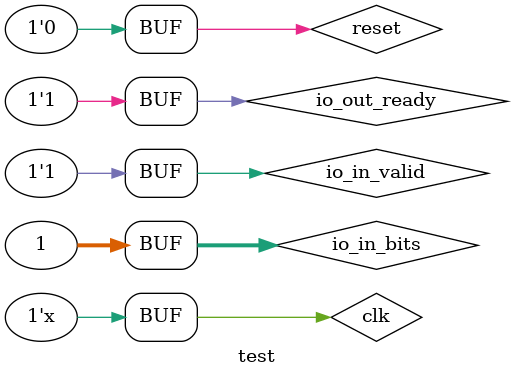
<source format=v>
module test;
  reg clk = 0;
  reg reset = 1;
  wire [31:0] io_in_bits;

  initial begin
    reset = 1;
    #250 reset = 0;
  end

  always #100 clk = ~clk;
    Top
      Top(
        .clk(clk),
        .reset(reset),
        .io_in_ready(io_in_ready),
        .io_in_valid(io_in_valid),
        .io_in_bits(io_in_bits),
        .io_out_ready(io_out_ready),
        .io_out_valid(io_out_valid),
        .io_out_bits(io_out_bits)
        );
  integer count;
  assign io_in_bits = 32'd1;
  assign io_in_valid = 1'b1;
  assign io_out_ready = 1'b1;
  
  always @(negedge clk) begin;
  #50;
  end
  always @(posedge clk) begin
  end
endmodule

</source>
